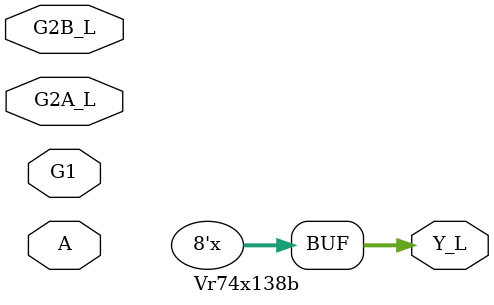
<source format=v>
module Vr74x138b(G1, G2A_L, G2B_L, A, Y_L);
  input G1, G2A_L, G2B_L;
  input [2:0] A;
  output [0:7] Y_L;
  reg G2A,G2B;
  reg [0:7] Y_L, Y;

  always @ (G1, G2A_L, G2B_L, A, Y) begin
    G2A = ~G2A_L;  // Convert inputs
    G2B = ~G2B_L;
    Y_L = ~Y;      // Convert outputs
    if (G1 & G2A & G2B) 
      case (A)
        0: Y = 8'b10000000;
        1: Y = 8'b01000000;
        2: Y = 8'b00100000;
        3: Y = 8'b00010000;
        4: Y = 8'b00001000;
        5: Y = 8'b00000100;
        6: Y = 8'b00000010;
        7: Y = 8'b00000001;
        default: Y = 8'b00000000;
      endcase
    else Y = 8'b00000000;
  end
endmodule
</source>
